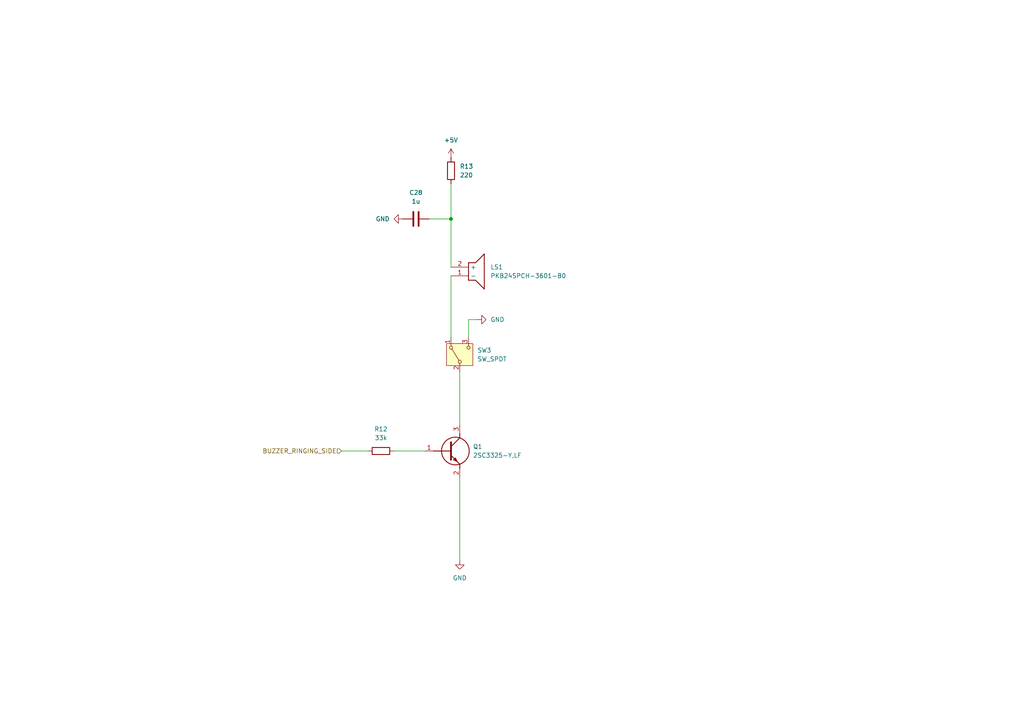
<source format=kicad_sch>
(kicad_sch (version 20250114) (generator "eeschema") (generator_version "9.0")
  (paper "A4")
  (lib_symbols
    (symbol "2SC3325-Y_LF:2SC3325-Y,LF" (pin_names (hide yes))
      (property "Reference" "Q" (at 13.97 1.27 0))
      (property "Value" "2SC3325-Y,LF" (at 13.97 -1.27 0))
      (symbol "2SC3325-Y,LF_1_1"
        (polyline (pts (xy 2.54 0) (xy 7.62 0)) (stroke (width 0.254)))
        (polyline (pts (xy 7.62 2.54) (xy 7.62 -2.54)) (stroke (width 0.508)))
        (polyline (pts (xy 7.62 1.27) (xy 10.16 3.81)) (stroke (width 0.254)))
        (polyline (pts (xy 7.62 -1.27) (xy 10.16 -3.81)) (stroke (width 0.254)))
        (polyline (pts (xy 8.382 -2.54) (xy 8.89 -2.032) (xy 9.398 -3.048) (xy 8.382 -2.54)) (stroke (width 0.254)) (fill (type outline)))
        (circle (center 8.89 0) (radius 4.016) (stroke (width 0.254)))
        (polyline (pts (xy 10.16 3.81) (xy 10.16 5.08)) (stroke (width 0.254)))
        (polyline (pts (xy 10.16 -3.81) (xy 10.16 -5.08)) (stroke (width 0.254)))
        (pin passive line (at 0 0 0) (length 2.54) (name "B") (number "1"))
        (pin passive line (at 10.16 7.62 270) (length 2.54) (name "C") (number "3"))
        (pin passive line (at 10.16 -7.62 90) (length 2.54) (name "E") (number "2"))
      )
    )
    (symbol "Device:C" (pin_numbers (hide yes)) (pin_names (offset 0.254))
      (property "Reference" "C" (at 0.635 2.54 0))
      (property "Value" "C" (at 0.635 -2.54 0))
      (symbol "C_0_1"
        (polyline (pts (xy -2.032 0.762) (xy 2.032 0.762)) (stroke (width 0.508)))
        (polyline (pts (xy -2.032 -0.762) (xy 2.032 -0.762)) (stroke (width 0.508)))
      )
      (symbol "C_1_1"
        (pin passive line (at 0 3.81 270) (length 2.794) (name "~") (number "1"))
        (pin passive line (at 0 -3.81 90) (length 2.794) (name "~") (number "2"))
      )
    )
    (symbol "Device:R" (pin_numbers (hide yes)) (pin_names (offset 0))
      (property "Reference" "R" (at 2.032 0 90))
      (property "Value" "R" (at 0 0 90))
      (symbol "R_0_1"
        (rectangle (start -1.016 -2.54) (end 1.016 2.54) (stroke (width 0.254)))
      )
      (symbol "R_1_1"
        (pin passive line (at 0 3.81 270) (length 1.27) (name "~") (number "1"))
        (pin passive line (at 0 -3.81 90) (length 1.27) (name "~") (number "2"))
      )
    )
    (symbol "PKB24SPCH-3601-B0:PKB24SPCH-3601-B0"
      (property "Reference" "LS" (at 11.43 0 0))
      (property "Value" "PKB24SPCH-3601-B0" (at 11.43 -2.54 0))
      (symbol "PKB24SPCH-3601-B0_1_1"
        (polyline (pts (xy 5.08 1.27) (xy 5.08 -3.81)) (stroke (width 0.254)))
        (polyline (pts (xy 5.08 1.27) (xy 7.112 1.27)) (stroke (width 0.254)))
        (polyline (pts (xy 7.112 -3.81) (xy 5.08 -3.81)) (stroke (width 0.254)))
        (polyline (pts (xy 7.112 -3.81) (xy 9.652 -6.35)) (stroke (width 0.254)))
        (polyline (pts (xy 9.652 3.81) (xy 7.112 1.27)) (stroke (width 0.254)))
        (polyline (pts (xy 9.652 3.81) (xy 9.652 -6.35)) (stroke (width 0.254)))
        (pin passive line (at 0 0 0) (length 5.08) (name "+") (number "2"))
        (pin passive line (at 0 -2.54 0) (length 5.08) (name "-") (number "1"))
      )
    )
    (symbol "Switch:SW_SPDT" (pin_names (offset 0) (hide yes))
      (property "Reference" "SW" (at 0 5.08 0))
      (property "Value" "SW_SPDT" (at 0 -5.08 0))
      (symbol "SW_SPDT_0_1"
        (circle (center -2.032 0) (radius 0.4572))
        (polyline (pts (xy -1.651 0.254) (xy 1.651 2.286)))
        (circle (center 2.032 2.54) (radius 0.4572))
        (circle (center 2.032 -2.54) (radius 0.4572))
      )
      (symbol "SW_SPDT_1_1"
        (rectangle (start -3.175 3.81) (end 3.175 -3.81) (fill (type background)))
        (pin passive line (at -5.08 0 0) (length 2.54) (name "B") (number "2"))
        (pin passive line (at 5.08 2.54 180) (length 2.54) (name "A") (number "1"))
        (pin passive line (at 5.08 -2.54 180) (length 2.54) (name "C") (number "3"))
      )
    )
    (symbol "power:+5V" (power) (pin_numbers (hide yes)) (pin_names (offset 0) (hide yes))
      (property "Value" "+5V" (at 0 3.556 0))
      (symbol "+5V_0_1"
        (polyline (pts (xy -0.762 1.27) (xy 0 2.54)))
        (polyline (pts (xy 0 2.54) (xy 0.762 1.27)))
        (polyline (pts (xy 0 0) (xy 0 2.54)))
      )
      (symbol "+5V_1_1"
        (pin power_in line (at 0 0 90) (length 0) (name "~") (number "1"))
      )
    )
    (symbol "power:GND" (power) (pin_numbers (hide yes)) (pin_names (offset 0) (hide yes))
      (property "Value" "GND" (at 0 -3.81 0))
      (symbol "GND_0_1"
        (polyline (pts (xy 0 0) (xy 0 -1.27) (xy 1.27 -1.27) (xy 0 -2.54) (xy -1.27 -1.27) (xy 0 -1.27)))
      )
      (symbol "GND_1_1"
        (pin power_in line (at 0 0 270) (length 0) (name "~") (number "1"))
      )
    )
  )
  (junction (at 130.81 63.5))
  (wire (pts (xy 114.3 130.81) (xy 123.19 130.81)))
  (wire (pts (xy 133.35 138.43) (xy 133.35 162.56)))
  (wire (pts (xy 124.46 63.5) (xy 130.81 63.5)))
  (wire (pts (xy 135.89 92.71) (xy 135.89 97.79)))
  (wire (pts (xy 99.06 130.81) (xy 106.68 130.81)))
  (wire (pts (xy 130.81 53.34) (xy 130.81 63.5)))
  (wire (pts (xy 138.43 92.71) (xy 135.89 92.71)))
  (wire (pts (xy 130.81 80.01) (xy 130.81 97.79)))
  (wire (pts (xy 133.35 107.95) (xy 133.35 123.19)))
  (wire (pts (xy 130.81 63.5) (xy 130.81 77.47)))
  (hierarchical_label "BUZZER_RINGING_SIDE" (shape input) (at 99.06 130.81 180))
  (symbol (lib_id "power:GND") (at 133.35 162.56 0) (unit 1)
    (property "Reference" "#PWR047" (effects (hide yes)))
    (property "Value" "GND" (at 133.35 167.64 0))
    (property "Description" "Power symbol creates a global label with name \"GND\" , ground" (effects (hide yes)))
  )
  (symbol (lib_id "Switch:SW_SPDT") (at 133.35 102.87 90) (unit 1)
    (property "Reference" "SW3" (at 138.43 101.5999 90) (effects (justify right)))
    (property "Value" "SW_SPDT" (at 138.43 104.1399 90) (effects (justify right)))
    (property "Footprint" "Connector:FanPinHeader_1x03_P2.54mm_Vertical" (effects (hide yes)))
    (property "Description" "Switch, single pole double throw" (effects (hide yes)))
  )
  (symbol (lib_id "Device:C") (at 120.65 63.5 270) (unit 1)
    (property "Reference" "C28" (at 120.65 55.88 90))
    (property "Value" "1u" (at 120.65 58.42 90))
    (property "Footprint" "Capacitor_SMD:C_0805_2012Metric" (effects (hide yes)))
    (property "Description" "Unpolarized capacitor" (effects (hide yes)))
  )
  (symbol (lib_id "Device:R") (at 130.81 49.53 0) (unit 1)
    (property "Reference" "R13" (at 133.35 48.2599 0) (effects (justify left)))
    (property "Value" "220" (at 133.35 50.7999 0) (effects (justify left)))
    (property "Footprint" "Resistor_SMD:R_0805_2012Metric" (effects (hide yes)))
    (property "Description" "Resistor" (effects (hide yes)))
  )
  (symbol (lib_id "Device:R") (at 110.49 130.81 270) (unit 1)
    (property "Reference" "R12" (at 110.49 124.46 90))
    (property "Value" "33k" (at 110.49 127 90))
    (property "Footprint" "Resistor_SMD:R_0805_2012Metric" (effects (hide yes)))
    (property "Description" "Resistor" (effects (hide yes)))
  )
  (symbol (lib_id "power:GND") (at 116.84 63.5 270) (unit 1)
    (property "Reference" "#PWR045" (effects (hide yes)))
    (property "Value" "GND" (at 113.03 63.4999 90) (effects (justify right)))
    (property "Description" "Power symbol creates a global label with name \"GND\" , ground" (effects (hide yes)))
  )
  (symbol (lib_id "power:GND") (at 138.43 92.71 90) (unit 1)
    (property "Reference" "#PWR048" (effects (hide yes)))
    (property "Value" "GND" (at 142.24 92.7099 90) (effects (justify right)))
    (property "Description" "Power symbol creates a global label with name \"GND\" , ground" (effects (hide yes)))
  )
  (symbol (lib_id "power:+5V") (at 130.81 45.72 0) (unit 1)
    (property "Reference" "#PWR046" (effects (hide yes)))
    (property "Value" "+5V" (at 130.81 40.64 0))
    (property "Description" "Power symbol creates a global label with name \"+5V\"" (effects (hide yes)))
  )
  (symbol (lib_id "2SC3325-Y_LF:2SC3325-Y,LF") (at 123.19 130.81 0) (unit 1)
    (property "Reference" "Q1" (at 137.16 129.5399 0) (effects (justify left)))
    (property "Value" "2SC3325-Y,LF" (at 137.16 132.0799 0) (effects (justify left)))
    (property "Footprint" "2SC3325YLF" (effects (hide yes)))
    (property "Datasheet" "https://toshiba.semicon-storage.com/eu/product/bipolar-transistor/bipolar-transistor/detail.2SC3325.html" (effects (hide yes)))
    (property "Description" "Bipolar Transistors - BJT Transistor for Low Freq. Amplification" (effects (hide yes)))
    (property "Height" "1" (effects (hide yes)))
    (property "Manufacturer_Name" "Toshiba" (effects (hide yes)))
    (property "Manufacturer_Part_Number" "2SC3325-Y,LF" (effects (hide yes)))
    (property "Mouser Part Number" "757-2SC3325-YLF" (effects (hide yes)))
    (property "Mouser Price/Stock" "https://www.mouser.co.uk/ProductDetail/Toshiba/2SC3325-YLF?qs=EPmvyOv1YlPJXRlKkn43%252BQ%3D%3D" (effects (hide yes)))
    (property "Arrow Part Number" "2SC3325-Y,LF" (effects (hide yes)))
    (property "Arrow Price/Stock" "null?region=nac" (effects (hide yes)))
  )
  (symbol (lib_id "PKB24SPCH-3601-B0:PKB24SPCH-3601-B0") (at 130.81 77.47 0) (unit 1)
    (property "Reference" "LS1" (at 142.24 77.4699 0) (effects (justify left)))
    (property "Value" "PKB24SPCH-3601-B0" (at 142.24 80.0099 0) (effects (justify left)))
    (property "Footprint" "PKB24SPCH3601B0" (effects (hide yes)))
    (property "Datasheet" "https://www.murata.com/products/productdata/8801054294046/SPEC-PKB24SPCH3601-B0.pdf?1517839212000" (effects (hide yes)))
    (property "Description" "BUZZER, 3.6KHZ, 24 MM" (effects (hide yes)))
    (property "Height" "10" (effects (hide yes)))
    (property "Manufacturer_Name" "Murata Electronics" (effects (hide yes)))
    (property "Manufacturer_Part_Number" "PKB24SPCH-3601-B0" (effects (hide yes)))
    (property "Mouser Part Number" "81-PKB24SPC-3601" (effects (hide yes)))
    (property "Mouser Price/Stock" "https://www.mouser.co.uk/ProductDetail/Murata-Electronics/PKB24SPCH-3601-B0?qs=3YXEJYjSDxsHz%252BTfjETLnw%3D%3D" (effects (hide yes)))
  )
)
</source>
